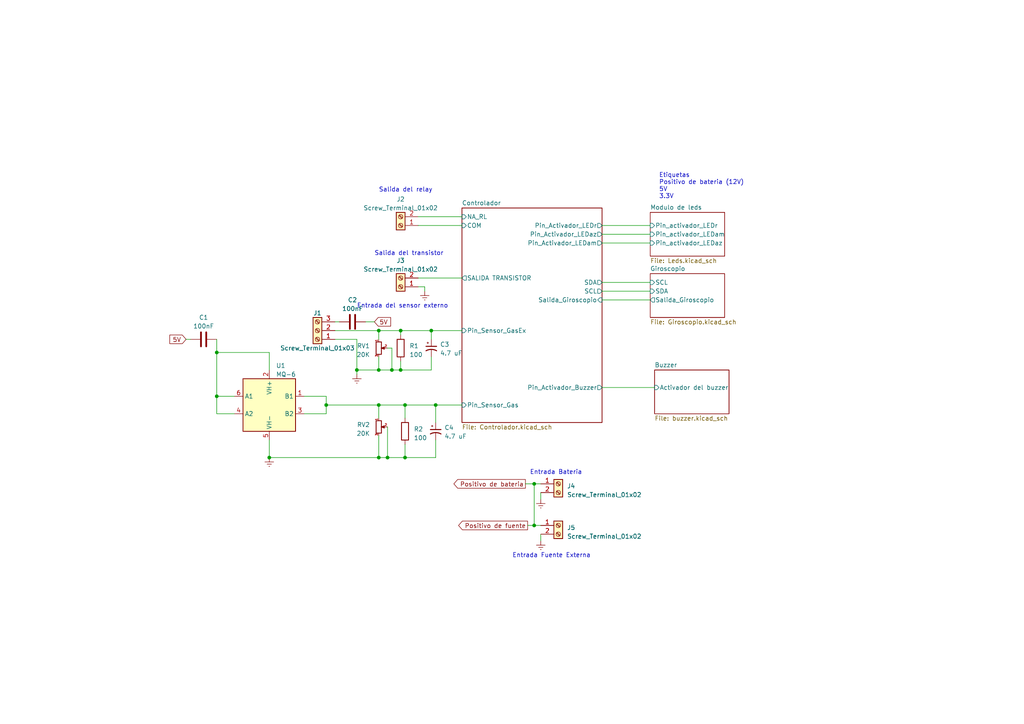
<source format=kicad_sch>
(kicad_sch (version 20230121) (generator eeschema)
  (paper "A4")
  (lib_symbols
    (symbol "Connector:Screw_Terminal_01x02" (pin_names (offset 1.016) hide)
      (property "Reference" "J" (at 0 2.54 0))
      (property "Value" "Screw_Terminal_01x02" (at 0 -5.08 0))
      (symbol "Screw_Terminal_01x02_1_1"
        (rectangle (start -1.27 1.27) (end 1.27 -3.81) (stroke (width 0.254)) (fill (type background)))
        (circle (center 0 -2.54) (radius 0.635) (stroke (width 0.1524)))
        (polyline (pts (xy -0.5334 -2.2098) (xy 0.3302 -3.048)) (stroke (width 0.1524)))
        (polyline (pts (xy -0.5334 0.3302) (xy 0.3302 -0.508)) (stroke (width 0.1524)))
        (polyline (pts (xy -0.3556 -2.032) (xy 0.508 -2.8702)) (stroke (width 0.1524)))
        (polyline (pts (xy -0.3556 0.508) (xy 0.508 -0.3302)) (stroke (width 0.1524)))
        (circle (center 0 0) (radius 0.635) (stroke (width 0.1524)))
        (pin passive line (at -5.08 0 0) (length 3.81) (name "Pin_1") (number "1"))
        (pin passive line (at -5.08 -2.54 0) (length 3.81) (name "Pin_2") (number "2"))
      )
    )
    (symbol "Connector:Screw_Terminal_01x03" (pin_names (offset 1.016) hide)
      (property "Reference" "J" (at 0 5.08 0))
      (property "Value" "Screw_Terminal_01x03" (at 0 -5.08 0))
      (symbol "Screw_Terminal_01x03_1_1"
        (rectangle (start -1.27 3.81) (end 1.27 -3.81) (stroke (width 0.254)) (fill (type background)))
        (circle (center 0 -2.54) (radius 0.635) (stroke (width 0.1524)))
        (polyline (pts (xy -0.5334 -2.2098) (xy 0.3302 -3.048)) (stroke (width 0.1524)))
        (polyline (pts (xy -0.5334 0.3302) (xy 0.3302 -0.508)) (stroke (width 0.1524)))
        (polyline (pts (xy -0.5334 2.8702) (xy 0.3302 2.032)) (stroke (width 0.1524)))
        (polyline (pts (xy -0.3556 -2.032) (xy 0.508 -2.8702)) (stroke (width 0.1524)))
        (polyline (pts (xy -0.3556 0.508) (xy 0.508 -0.3302)) (stroke (width 0.1524)))
        (polyline (pts (xy -0.3556 3.048) (xy 0.508 2.2098)) (stroke (width 0.1524)))
        (circle (center 0 0) (radius 0.635) (stroke (width 0.1524)))
        (circle (center 0 2.54) (radius 0.635) (stroke (width 0.1524)))
        (pin passive line (at -5.08 2.54 0) (length 3.81) (name "Pin_1") (number "1"))
        (pin passive line (at -5.08 0 0) (length 3.81) (name "Pin_2") (number "2"))
        (pin passive line (at -5.08 -2.54 0) (length 3.81) (name "Pin_3") (number "3"))
      )
    )
    (symbol "Device:C" (pin_numbers hide) (pin_names (offset 0.254))
      (property "Reference" "C" (at 0.635 2.54 0))
      (property "Value" "C" (at 0.635 -2.54 0))
      (symbol "C_0_1"
        (polyline (pts (xy -2.032 -0.762) (xy 2.032 -0.762)) (stroke (width 0.508)))
        (polyline (pts (xy -2.032 0.762) (xy 2.032 0.762)) (stroke (width 0.508)))
      )
      (symbol "C_1_1"
        (pin passive line (at 0 3.81 270) (length 2.794) (name "~") (number "1"))
        (pin passive line (at 0 -3.81 90) (length 2.794) (name "~") (number "2"))
      )
    )
    (symbol "Device:C_Polarized_Small_US" (pin_numbers hide) (pin_names (offset 0.254) hide)
      (property "Reference" "C" (at 0.254 1.778 0))
      (property "Value" "C_Polarized_Small_US" (at 0.254 -2.032 0))
      (symbol "C_Polarized_Small_US_0_1"
        (polyline (pts (xy -1.524 0.508) (xy 1.524 0.508)) (stroke (width 0.3048)))
        (polyline (pts (xy -1.27 1.524) (xy -0.762 1.524)))
        (polyline (pts (xy -1.016 1.27) (xy -1.016 1.778)))
        (arc (start 1.524 -0.762) (mid 0 -0.3734) (end -1.524 -0.762) (stroke (width 0.3048)))
      )
      (symbol "C_Polarized_Small_US_1_1"
        (pin passive line (at 0 2.54 270) (length 2.032) (name "~") (number "1"))
        (pin passive line (at 0 -2.54 90) (length 2.032) (name "~") (number "2"))
      )
    )
    (symbol "Device:R" (pin_numbers hide) (pin_names (offset 0))
      (property "Reference" "R" (at 2.032 0 90))
      (property "Value" "R" (at 0 0 90))
      (symbol "R_0_1"
        (rectangle (start -1.016 -2.54) (end 1.016 2.54) (stroke (width 0.254)))
      )
      (symbol "R_1_1"
        (pin passive line (at 0 3.81 270) (length 1.27) (name "~") (number "1"))
        (pin passive line (at 0 -3.81 90) (length 1.27) (name "~") (number "2"))
      )
    )
    (symbol "Device:R_Potentiometer_Small" (pin_names (offset 1.016) hide)
      (property "Reference" "RV" (at -4.445 0 90))
      (property "Value" "R_Potentiometer_Small" (at -2.54 0 90))
      (symbol "R_Potentiometer_Small_0_1"
        (polyline (pts (xy 0.889 0) (xy 0.635 0) (xy 1.651 0.381) (xy 1.651 -0.381) (xy 0.635 0) (xy 0.889 0)) (fill (type outline)))
        (rectangle (start 0.762 1.8034) (end -0.762 -1.8034) (stroke (width 0.254)))
      )
      (symbol "R_Potentiometer_Small_1_1"
        (pin passive line (at 0 2.54 270) (length 0.635) (name "1") (number "1"))
        (pin passive line (at 2.54 0 180) (length 0.9906) (name "2") (number "2"))
        (pin passive line (at 0 -2.54 90) (length 0.635) (name "3") (number "3"))
      )
    )
    (symbol "Sensor_Gas:MQ-6"
      (property "Reference" "U" (at -6.35 8.89 0))
      (property "Value" "MQ-6" (at 3.81 8.89 0))
      (symbol "MQ-6_0_1"
        (rectangle (start -7.62 7.62) (end 7.62 -7.62) (stroke (width 0.254)) (fill (type background)))
      )
      (symbol "MQ-6_1_1"
        (pin passive line (at 10.16 2.54 180) (length 2.54) (name "B1") (number "1"))
        (pin power_in line (at 0 10.16 270) (length 2.54) (name "VH+") (number "2"))
        (pin passive line (at 10.16 -2.54 180) (length 2.54) (name "B2") (number "3"))
        (pin passive line (at -10.16 -2.54 0) (length 2.54) (name "A2") (number "4"))
        (pin power_in line (at 0 -10.16 90) (length 2.54) (name "VH-") (number "5"))
        (pin passive line (at -10.16 2.54 0) (length 2.54) (name "A1") (number "6"))
      )
    )
    (symbol "power:Earth" (power) (pin_names (offset 0))
      (symbol "Earth_0_1"
        (polyline (pts (xy -0.635 -1.905) (xy 0.635 -1.905)))
        (polyline (pts (xy -0.127 -2.54) (xy 0.127 -2.54)))
        (polyline (pts (xy 0 -1.27) (xy 0 0)))
        (polyline (pts (xy 1.27 -1.27) (xy -1.27 -1.27)))
      )
      (symbol "Earth_1_1"
        (pin power_in line (at 0 0 270) (length 0) hide (name "Earth") (number "1"))
      )
    )
  )
  (junction (at 154.94 140.335))
  (junction (at 125.095 95.885))
  (junction (at 62.865 102.235))
  (junction (at 109.855 117.475))
  (junction (at 62.865 114.935))
  (junction (at 116.205 107.315))
  (junction (at 109.855 95.885))
  (junction (at 109.855 132.715))
  (junction (at 78.105 132.715))
  (junction (at 94.615 117.475))
  (junction (at 117.475 117.475))
  (junction (at 116.205 95.885))
  (junction (at 113.665 107.315))
  (junction (at 126.365 117.475))
  (junction (at 117.475 132.715))
  (junction (at 154.94 152.4))
  (junction (at 103.505 107.315))
  (junction (at 112.395 132.715))
  (junction (at 109.855 107.315))
  (wire (pts (xy 109.855 95.885) (xy 116.205 95.885)))
  (wire (pts (xy 113.665 100.965) (xy 113.665 107.315)))
  (wire (pts (xy 62.865 114.935) (xy 62.865 120.015)))
  (wire (pts (xy 78.105 132.715) (xy 78.105 127.635)))
  (wire (pts (xy 154.94 152.4) (xy 156.845 152.4)))
  (wire (pts (xy 125.095 107.315) (xy 116.205 107.315)))
  (wire (pts (xy 125.095 103.505) (xy 125.095 107.315)))
  (wire (pts (xy 174.625 84.455) (xy 188.595 84.455)))
  (wire (pts (xy 109.855 107.315) (xy 103.505 107.315)))
  (wire (pts (xy 112.395 132.715) (xy 117.475 132.715)))
  (wire (pts (xy 78.105 132.715) (xy 109.855 132.715)))
  (wire (pts (xy 117.475 121.285) (xy 117.475 117.475)))
  (wire (pts (xy 174.625 86.995) (xy 188.595 86.995)))
  (wire (pts (xy 174.625 65.405) (xy 188.595 65.405)))
  (wire (pts (xy 94.615 117.475) (xy 94.615 120.015)))
  (wire (pts (xy 156.845 154.94) (xy 156.845 156.845)))
  (wire (pts (xy 116.205 107.315) (xy 113.665 107.315)))
  (wire (pts (xy 97.155 93.345) (xy 98.425 93.345)))
  (wire (pts (xy 88.265 114.935) (xy 94.615 114.935)))
  (wire (pts (xy 126.365 117.475) (xy 133.985 117.475)))
  (wire (pts (xy 123.19 84.455) (xy 123.19 83.185)))
  (wire (pts (xy 121.285 80.645) (xy 133.985 80.645)))
  (wire (pts (xy 121.285 83.185) (xy 123.19 83.185)))
  (wire (pts (xy 109.855 117.475) (xy 94.615 117.475)))
  (wire (pts (xy 116.205 95.885) (xy 125.095 95.885)))
  (wire (pts (xy 78.105 107.315) (xy 78.105 102.235)))
  (wire (pts (xy 126.365 122.555) (xy 126.365 117.475)))
  (wire (pts (xy 103.505 98.425) (xy 103.505 107.315)))
  (wire (pts (xy 103.505 98.425) (xy 97.155 98.425)))
  (wire (pts (xy 113.665 107.315) (xy 109.855 107.315)))
  (wire (pts (xy 62.865 98.425) (xy 62.865 102.235)))
  (wire (pts (xy 153.035 152.4) (xy 154.94 152.4)))
  (wire (pts (xy 106.045 93.345) (xy 108.585 93.345)))
  (wire (pts (xy 125.095 95.885) (xy 133.985 95.885)))
  (wire (pts (xy 53.975 98.425) (xy 55.245 98.425)))
  (wire (pts (xy 112.395 123.825) (xy 112.395 132.715)))
  (wire (pts (xy 67.945 114.935) (xy 62.865 114.935)))
  (wire (pts (xy 174.625 81.915) (xy 188.595 81.915)))
  (wire (pts (xy 154.94 140.335) (xy 154.94 152.4)))
  (wire (pts (xy 97.155 95.885) (xy 109.855 95.885)))
  (wire (pts (xy 116.205 95.885) (xy 116.205 97.155)))
  (wire (pts (xy 109.855 95.885) (xy 109.855 98.425)))
  (wire (pts (xy 94.615 120.015) (xy 88.265 120.015)))
  (wire (pts (xy 174.625 70.485) (xy 188.595 70.485)))
  (wire (pts (xy 78.105 102.235) (xy 62.865 102.235)))
  (wire (pts (xy 126.365 127.635) (xy 126.365 132.715)))
  (wire (pts (xy 117.475 117.475) (xy 109.855 117.475)))
  (wire (pts (xy 125.095 95.885) (xy 125.095 98.425)))
  (wire (pts (xy 156.845 142.875) (xy 156.845 144.78)))
  (wire (pts (xy 94.615 114.935) (xy 94.615 117.475)))
  (wire (pts (xy 103.505 107.315) (xy 103.505 108.585)))
  (wire (pts (xy 152.4 140.335) (xy 154.94 140.335)))
  (wire (pts (xy 109.855 117.475) (xy 109.855 121.285)))
  (wire (pts (xy 62.865 102.235) (xy 62.865 114.935)))
  (wire (pts (xy 126.365 117.475) (xy 117.475 117.475)))
  (wire (pts (xy 109.855 126.365) (xy 109.855 132.715)))
  (wire (pts (xy 174.625 112.395) (xy 189.865 112.395)))
  (wire (pts (xy 117.475 128.905) (xy 117.475 132.715)))
  (wire (pts (xy 112.395 132.715) (xy 109.855 132.715)))
  (wire (pts (xy 112.395 100.965) (xy 113.665 100.965)))
  (wire (pts (xy 174.625 67.945) (xy 188.595 67.945)))
  (wire (pts (xy 126.365 132.715) (xy 117.475 132.715)))
  (wire (pts (xy 109.855 103.505) (xy 109.855 107.315)))
  (wire (pts (xy 62.865 120.015) (xy 67.945 120.015)))
  (wire (pts (xy 154.94 140.335) (xy 156.845 140.335)))
  (wire (pts (xy 116.205 104.775) (xy 116.205 107.315)))
  (wire (pts (xy 121.285 62.865) (xy 133.985 62.865)))
  (wire (pts (xy 121.285 65.405) (xy 133.985 65.405)))
  (text "Etiquetas\nPositivo de bateria (12V)\n5V\n3.3V\n" (at 191.135 57.785 0) (effects (font (size 1.27 1.27)) (justify left bottom)))
  (text "Entrada Bateria" (at 153.67 137.795 0) (effects (font (size 1.27 1.27)) (justify left bottom)))
  (text "Entrada Fuente Externa" (at 148.59 161.925 0) (effects (font (size 1.27 1.27)) (justify left bottom)))
  (text "Salida del relay" (at 109.855 55.88 0) (effects (font (size 1.27 1.27)) (justify left bottom)))
  (text "Entrada del sensor externo\n" (at 103.505 89.535 0) (effects (font (size 1.27 1.27)) (justify left bottom)))
  (text "Salida del transistor" (at 108.585 74.295 0) (effects (font (size 1.27 1.27)) (justify left bottom)))
  (global_label "5V" (shape input) (at 108.585 93.345 0) (property "Intersheetrefs" "${INTERSHEET_REFS}" (effects hide)))
  (global_label "Positivo de bateria" (shape output) (at 152.4 140.335 180) (property "Intersheetrefs" "${INTERSHEET_REFS}" (effects hide)))
  (global_label "Positivo de fuente" (shape output) (at 153.035 152.4 180) (property "Intersheetrefs" "${INTERSHEET_REFS}" (effects hide)))
  (global_label "5V" (shape input) (at 53.975 98.425 180) (property "Intersheetrefs" "${INTERSHEET_REFS}" (effects hide)))
  (symbol (lib_id "Device:C_Polarized_Small_US") (at 126.365 125.095 0) (unit 1)
    (property "Reference" "C4" (at 128.905 124.0282 0) (effects (justify left)))
    (property "Value" "4.7 uF" (at 128.905 126.5682 0) (effects (justify left)))
    (property "Footprint" "Capacitor_SMD:CP_Elec_3x5.3" (effects hide))
  )
  (symbol (lib_id "Connector:Screw_Terminal_01x02") (at 116.205 65.405 180) (unit 1)
    (property "Reference" "J2" (at 116.205 57.785 0))
    (property "Value" "Screw_Terminal_01x02" (at 116.205 60.325 0))
    (property "Footprint" "TerminalBlock_MetzConnect:TerminalBlock_MetzConnect_Type011_RT05502HBWC_1x02_P5.00mm_Horizontal" (effects hide))
  )
  (symbol (lib_id "power:Earth") (at 156.845 144.78 0) (unit 1)
    (property "Reference" "#PWR03" (effects hide))
    (property "Value" "Earth" (effects hide))
  )
  (symbol (lib_id "Device:C") (at 59.055 98.425 270) (unit 1)
    (property "Reference" "C1" (at 59.055 92.075 90))
    (property "Value" "100nF" (at 59.055 94.615 90))
    (property "Footprint" "Capacitor_SMD:C_0603_1608Metric_Pad1.08x0.95mm_HandSolder" (effects hide))
  )
  (symbol (lib_id "power:Earth") (at 78.105 132.715 0) (unit 1)
    (property "Reference" "#PWR01" (effects hide))
    (property "Value" "Earth" (effects hide))
  )
  (symbol (lib_id "Connector:Screw_Terminal_01x02") (at 161.925 152.4 0) (unit 1)
    (property "Reference" "J5" (at 164.465 153.035 0) (effects (justify left)))
    (property "Value" "Screw_Terminal_01x02" (at 164.465 155.575 0) (effects (justify left)))
    (property "Footprint" "TerminalBlock_MetzConnect:TerminalBlock_MetzConnect_Type011_RT05502HBWC_1x02_P5.00mm_Horizontal" (effects hide))
  )
  (symbol (lib_id "power:Earth") (at 103.505 108.585 0) (unit 1)
    (property "Reference" "#PWR02" (effects hide))
    (property "Value" "Earth" (effects hide))
  )
  (symbol (lib_id "power:Earth") (at 123.19 84.455 0) (unit 1)
    (property "Reference" "#PWR014" (effects hide))
    (property "Value" "Earth" (effects hide))
  )
  (symbol (lib_id "Sensor_Gas:MQ-6") (at 78.105 117.475 0) (unit 1)
    (property "Reference" "U1" (at 80.0609 106.045 0) (effects (justify left)))
    (property "Value" "MQ-6" (at 80.0609 108.585 0) (effects (justify left)))
    (property "Footprint" "Sensor:MQ-6" (effects hide))
    (property "Datasheet" "https://www.winsen-sensor.com/d/files/semiconductor/mq-6.pdf" (effects hide))
  )
  (symbol (lib_id "Device:R_Potentiometer_Small") (at 109.855 100.965 0) (unit 1)
    (property "Reference" "RV1" (at 107.315 100.33 0) (effects (justify right)))
    (property "Value" "20K" (at 107.315 102.87 0) (effects (justify right)))
    (property "Footprint" "Potentiometer_THT:Potentiometer_ACP_CA6-H2,5_Horizontal" (effects hide))
  )
  (symbol (lib_id "Device:C") (at 102.235 93.345 270) (unit 1)
    (property "Reference" "C2" (at 102.235 86.995 90))
    (property "Value" "100nF" (at 102.235 89.535 90))
    (property "Footprint" "Capacitor_SMD:C_0603_1608Metric_Pad1.08x0.95mm_HandSolder" (effects hide))
  )
  (symbol (lib_id "Device:R") (at 116.205 100.965 0) (unit 1)
    (property "Reference" "R1" (at 118.745 100.33 0) (effects (justify left)))
    (property "Value" "100" (at 118.745 102.87 0) (effects (justify left)))
    (property "Footprint" "Resistor_SMD:R_0603_1608Metric" (effects hide))
  )
  (symbol (lib_id "Device:C_Polarized_Small_US") (at 125.095 100.965 0) (unit 1)
    (property "Reference" "C3" (at 127.635 99.8982 0) (effects (justify left)))
    (property "Value" "4.7 uF" (at 127.635 102.4382 0) (effects (justify left)))
    (property "Footprint" "Capacitor_SMD:CP_Elec_3x5.3" (effects hide))
  )
  (symbol (lib_id "Connector:Screw_Terminal_01x02") (at 161.925 140.335 0) (unit 1)
    (property "Reference" "J4" (at 164.465 140.97 0) (effects (justify left)))
    (property "Value" "Screw_Terminal_01x02" (at 164.465 143.51 0) (effects (justify left)))
    (property "Footprint" "TerminalBlock_MetzConnect:TerminalBlock_MetzConnect_Type011_RT05502HBWC_1x02_P5.00mm_Horizontal" (effects hide))
  )
  (symbol (lib_id "power:Earth") (at 156.845 156.845 0) (unit 1)
    (property "Reference" "#PWR018" (effects hide))
    (property "Value" "Earth" (effects hide))
  )
  (symbol (lib_id "Connector:Screw_Terminal_01x03") (at 92.075 95.885 180) (unit 1)
    (property "Reference" "J1" (at 92.075 90.805 0))
    (property "Value" "Screw_Terminal_01x03" (at 92.075 100.965 0))
    (property "Footprint" "TerminalBlock_MetzConnect:TerminalBlock_MetzConnect_Type011_RT05503HBWC_1x03_P5.00mm_Horizontal" (effects hide))
  )
  (symbol (lib_id "Device:R_Potentiometer_Small") (at 109.855 123.825 0) (unit 1)
    (property "Reference" "RV2" (at 107.315 123.19 0) (effects (justify right)))
    (property "Value" "20K" (at 107.315 125.73 0) (effects (justify right)))
    (property "Footprint" "Potentiometer_THT:Potentiometer_ACP_CA6-H2,5_Horizontal" (effects hide))
  )
  (symbol (lib_id "Device:R") (at 117.475 125.095 0) (unit 1)
    (property "Reference" "R2" (at 120.015 124.46 0) (effects (justify left)))
    (property "Value" "100" (at 120.015 127 0) (effects (justify left)))
    (property "Footprint" "Resistor_SMD:R_0603_1608Metric" (effects hide))
  )
  (symbol (lib_id "Connector:Screw_Terminal_01x02") (at 116.205 83.185 180) (unit 1)
    (property "Reference" "J3" (at 116.205 75.565 0))
    (property "Value" "Screw_Terminal_01x02" (at 116.205 78.105 0))
    (property "Footprint" "TerminalBlock_MetzConnect:TerminalBlock_MetzConnect_Type011_RT05502HBWC_1x02_P5.00mm_Horizontal" (effects hide))
  )
  (sheet (at 189.865 107.315) (size 21.59 12.7) (stroke (width 0.1524))
    (property "Sheetname" "Buzzer" (at 189.865 106.6034 0) (effects (justify left bottom)))
    (property "Sheetfile" "buzzer.kicad_sch" (at 189.865 120.5996 0) (effects (justify left top)))
    (pin "Activador del buzzer" input (at 189.865 112.395 180))
  )
  (sheet (at 133.985 60.325) (size 40.64 62.23) (stroke (width 0.1524))
    (property "Sheetname" "Controlador" (at 133.985 59.6134 0) (effects (justify left bottom)))
    (property "Sheetfile" "Controlador.kicad_sch" (at 133.985 123.1396 0) (effects (justify left top)))
    (pin "SALIDA TRANSISTOR" output (at 133.985 80.645 180))
    (pin "Pin_Sensor_Gas" input (at 133.985 117.475 180))
    (pin "Pin_Activador_Buzzer" output (at 174.625 112.395 0))
    (pin "Pin_Activador_LEDr" output (at 174.625 65.405 0))
    (pin "Pin_Sensor_GasEx" input (at 133.985 95.885 180))
    (pin "Pin_Activador_LEDaz" output (at 174.625 67.945 0))
    (pin "Pin_Activador_LEDam" output (at 174.625 70.485 0))
    (pin "SDA" output (at 174.625 81.915 0))
    (pin "SCL" output (at 174.625 84.455 0))
    (pin "Salida_Giroscopio" input (at 174.625 86.995 0))
    (pin "COM" input (at 133.985 65.405 180))
    (pin "NA_RL" input (at 133.985 62.865 180))
  )
  (sheet (at 188.595 61.595) (size 21.59 12.7) (stroke (width 0.1524))
    (property "Sheetname" "Modulo de leds" (at 188.595 60.8834 0) (effects (justify left bottom)))
    (property "Sheetfile" "Leds.kicad_sch" (at 188.595 74.8796 0) (effects (justify left top)))
    (pin "Pin_activador_LEDr" input (at 188.595 65.405 180))
    (pin "Pin_activador_LEDam" input (at 188.595 67.945 180))
    (pin "Pin_activador_LEDaz" input (at 188.595 70.485 180))
  )
  (sheet (at 188.595 79.375) (size 21.59 12.7) (stroke (width 0.1524))
    (property "Sheetname" "Giroscopio" (at 188.595 78.6634 0) (effects (justify left bottom)))
    (property "Sheetfile" "Giroscopio.kicad_sch" (at 188.595 92.6596 0) (effects (justify left top)))
    (pin "SCL" input (at 188.595 81.915 180))
    (pin "SDA" input (at 188.595 84.455 180))
    (pin "Salida_Giroscopio" output (at 188.595 86.995 180))
  )
)
</source>
